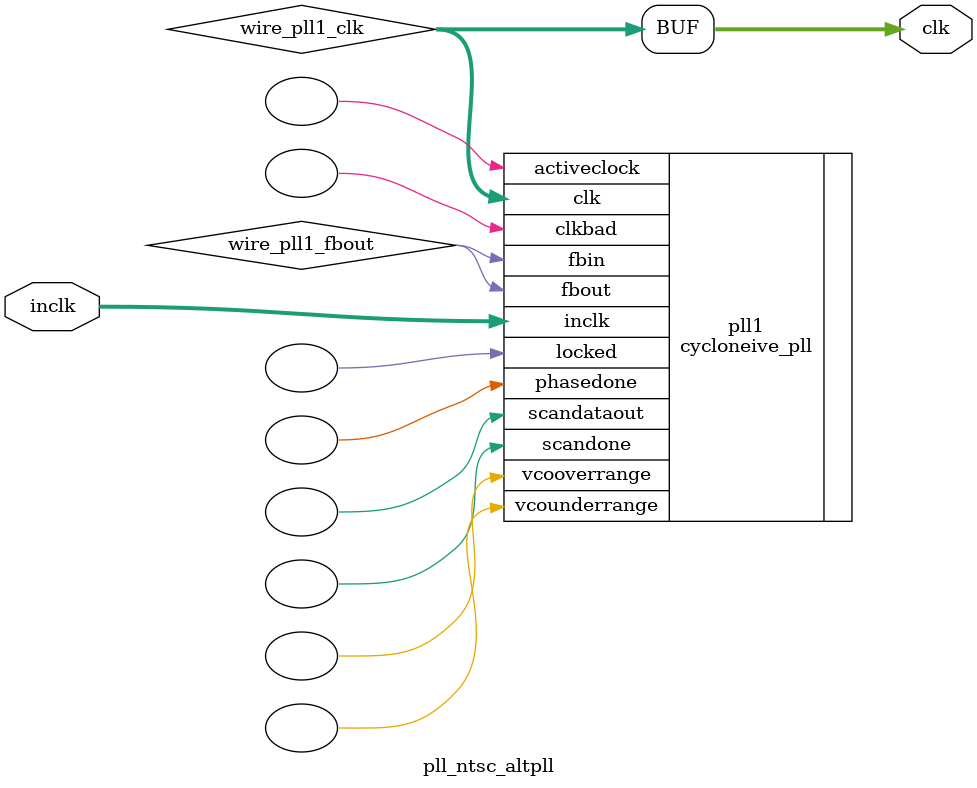
<source format=v>






//synthesis_resources = cycloneive_pll 1 
//synopsys translate_off
`timescale 1 ps / 1 ps
//synopsys translate_on
module  pll_ntsc_altpll
	( 
	clk,
	inclk) /* synthesis synthesis_clearbox=1 */;
	output   [4:0]  clk;
	input   [1:0]  inclk;
`ifndef ALTERA_RESERVED_QIS
// synopsys translate_off
`endif
	tri0   [1:0]  inclk;
`ifndef ALTERA_RESERVED_QIS
// synopsys translate_on
`endif

	wire  [4:0]   wire_pll1_clk;
	wire  wire_pll1_fbout;

	cycloneive_pll   pll1
	( 
	.activeclock(),
	.clk(wire_pll1_clk),
	.clkbad(),
	.fbin(wire_pll1_fbout),
	.fbout(wire_pll1_fbout),
	.inclk(inclk),
	.locked(),
	.phasedone(),
	.scandataout(),
	.scandone(),
	.vcooverrange(),
	.vcounderrange()
	`ifndef FORMAL_VERIFICATION
	// synopsys translate_off
	`endif
	,
	.areset(1'b0),
	.clkswitch(1'b0),
	.configupdate(1'b0),
	.pfdena(1'b1),
	.phasecounterselect({3{1'b0}}),
	.phasestep(1'b0),
	.phaseupdown(1'b0),
	.scanclk(1'b0),
	.scanclkena(1'b1),
	.scandata(1'b0)
	`ifndef FORMAL_VERIFICATION
	// synopsys translate_on
	`endif
	);
	defparam
		pll1.bandwidth_type = "auto",
		pll1.clk0_divide_by = 25000000,
		pll1.clk0_duty_cycle = 50,
		pll1.clk0_multiply_by = 57272727,
		pll1.clk0_phase_shift = "0",
		pll1.clk1_divide_by = 125,
		pll1.clk1_duty_cycle = 50,
		pll1.clk1_multiply_by = 63,
		pll1.clk1_phase_shift = "0",
		pll1.compensate_clock = "clk0",
		pll1.inclk0_input_frequency = 20000,
		pll1.operation_mode = "normal",
		pll1.pll_type = "auto",
		pll1.lpm_type = "cycloneive_pll";
	assign
		clk = {wire_pll1_clk[4:0]};
endmodule //pll_ntsc_altpll
//VALID FILE

</source>
